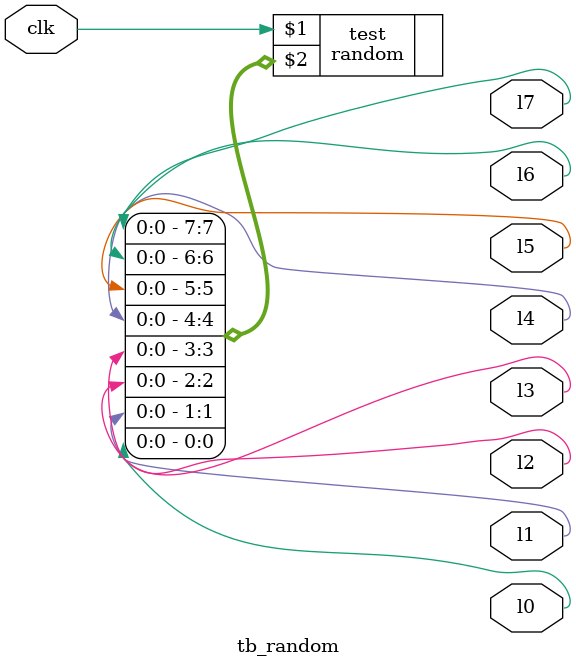
<source format=v>
module tb_random(clk, l0, l1, l2, l3, l4, l5, l6, l7);

input clk;
output l0, l1, l2, l3, l4, l5, l6, l7;
random test(clk, {l7, l6, l5, l4, l3, l2, l1, l0});

endmodule
</source>
